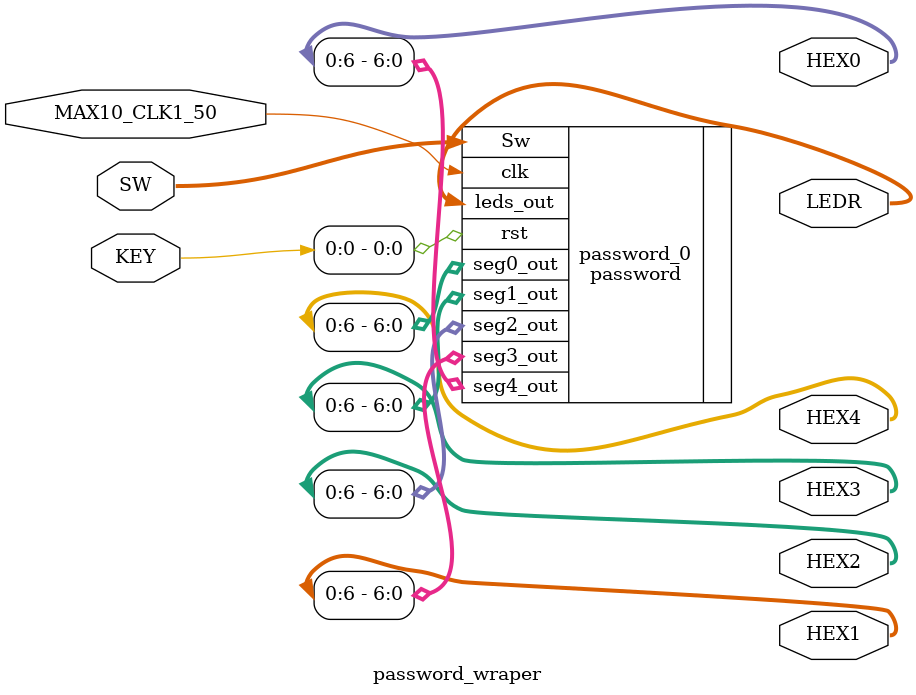
<source format=v>
module password_wraper (
    input MAX10_CLK1_50,
    input [1:0] KEY,
    input [9:0] SW,
    output [9:0] LEDR,
    output [0:7] HEX4, HEX3, HEX2, HEX1, HEX0
);

password password_0 (
    .clk(MAX10_CLK1_50),
    .rst(KEY[0]),
    .Sw(SW),
    .leds_out(LEDR),
    .seg0_out(HEX4[0:6]),
    .seg1_out(HEX3[0:6]),
    .seg2_out(HEX2[0:6]),
    .seg3_out(HEX1[0:6]),
    .seg4_out(HEX0[0:6])
);

endmodule
</source>
